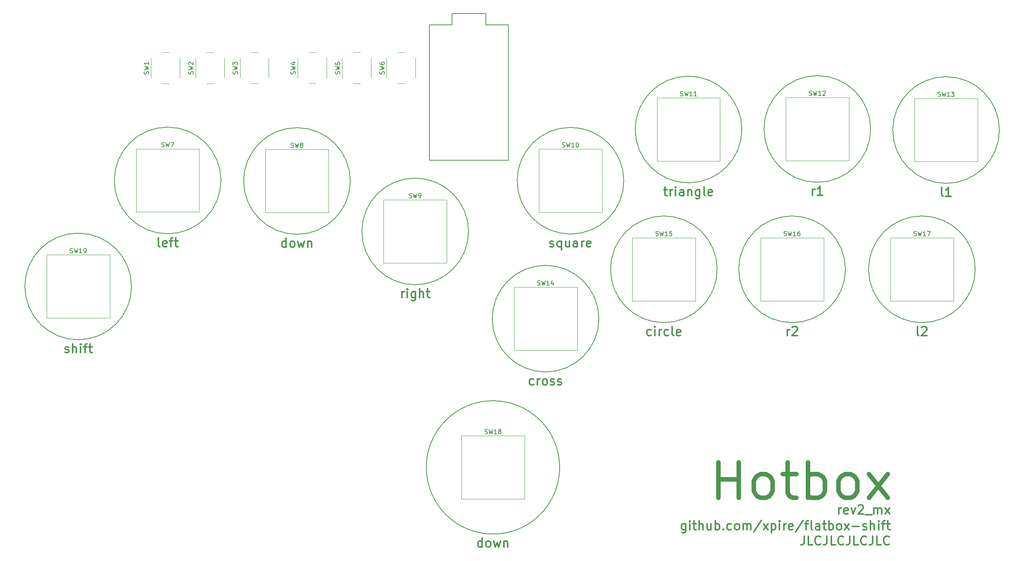
<source format=gto>
%TF.GenerationSoftware,KiCad,Pcbnew,(6.0.7)*%
%TF.CreationDate,2022-08-16T08:24:38+10:00*%
%TF.ProjectId,Flatbox-rev1_1,466c6174-626f-4782-9d72-6576315f312e,rev?*%
%TF.SameCoordinates,Original*%
%TF.FileFunction,Legend,Top*%
%TF.FilePolarity,Positive*%
%FSLAX46Y46*%
G04 Gerber Fmt 4.6, Leading zero omitted, Abs format (unit mm)*
G04 Created by KiCad (PCBNEW (6.0.7)) date 2022-08-16 08:24:38*
%MOMM*%
%LPD*%
G01*
G04 APERTURE LIST*
%ADD10C,0.300000*%
%ADD11C,0.200000*%
%ADD12C,1.000000*%
%ADD13C,0.150000*%
%ADD14C,0.120000*%
%ADD15R,1.600000X1.600000*%
%ADD16C,1.600000*%
%ADD17C,3.100000*%
%ADD18C,4.000000*%
%ADD19C,1.750000*%
%ADD20C,6.400000*%
%ADD21C,2.000000*%
G04 APERTURE END LIST*
D10*
X201422618Y-145081761D02*
X201422618Y-146510333D01*
X201327380Y-146796047D01*
X201136904Y-146986523D01*
X200851190Y-147081761D01*
X200660714Y-147081761D01*
X203327380Y-147081761D02*
X202374999Y-147081761D01*
X202374999Y-145081761D01*
X205136904Y-146891285D02*
X205041666Y-146986523D01*
X204755952Y-147081761D01*
X204565475Y-147081761D01*
X204279761Y-146986523D01*
X204089285Y-146796047D01*
X203994047Y-146605571D01*
X203898809Y-146224619D01*
X203898809Y-145938904D01*
X203994047Y-145557952D01*
X204089285Y-145367476D01*
X204279761Y-145177000D01*
X204565475Y-145081761D01*
X204755952Y-145081761D01*
X205041666Y-145177000D01*
X205136904Y-145272238D01*
X206565475Y-145081761D02*
X206565475Y-146510333D01*
X206470237Y-146796047D01*
X206279761Y-146986523D01*
X205994047Y-147081761D01*
X205803571Y-147081761D01*
X208470237Y-147081761D02*
X207517856Y-147081761D01*
X207517856Y-145081761D01*
X210279761Y-146891285D02*
X210184523Y-146986523D01*
X209898809Y-147081761D01*
X209708333Y-147081761D01*
X209422618Y-146986523D01*
X209232142Y-146796047D01*
X209136904Y-146605571D01*
X209041666Y-146224619D01*
X209041666Y-145938904D01*
X209136904Y-145557952D01*
X209232142Y-145367476D01*
X209422618Y-145177000D01*
X209708333Y-145081761D01*
X209898809Y-145081761D01*
X210184523Y-145177000D01*
X210279761Y-145272238D01*
X211708333Y-145081761D02*
X211708333Y-146510333D01*
X211613094Y-146796047D01*
X211422618Y-146986523D01*
X211136904Y-147081761D01*
X210946428Y-147081761D01*
X213613094Y-147081761D02*
X212660714Y-147081761D01*
X212660714Y-145081761D01*
X215422618Y-146891285D02*
X215327380Y-146986523D01*
X215041666Y-147081761D01*
X214851190Y-147081761D01*
X214565475Y-146986523D01*
X214374999Y-146796047D01*
X214279761Y-146605571D01*
X214184523Y-146224619D01*
X214184523Y-145938904D01*
X214279761Y-145557952D01*
X214374999Y-145367476D01*
X214565475Y-145177000D01*
X214851190Y-145081761D01*
X215041666Y-145081761D01*
X215327380Y-145177000D01*
X215422618Y-145272238D01*
X216851190Y-145081761D02*
X216851190Y-146510333D01*
X216755952Y-146796047D01*
X216565475Y-146986523D01*
X216279761Y-147081761D01*
X216089285Y-147081761D01*
X218755952Y-147081761D02*
X217803571Y-147081761D01*
X217803571Y-145081761D01*
X220565475Y-146891285D02*
X220470237Y-146986523D01*
X220184523Y-147081761D01*
X219994047Y-147081761D01*
X219708333Y-146986523D01*
X219517856Y-146796047D01*
X219422618Y-146605571D01*
X219327380Y-146224619D01*
X219327380Y-145938904D01*
X219422618Y-145557952D01*
X219517856Y-145367476D01*
X219708333Y-145177000D01*
X219994047Y-145081761D01*
X220184523Y-145081761D01*
X220470237Y-145177000D01*
X220565475Y-145272238D01*
D11*
X181860000Y-85040000D02*
G75*
G03*
X181860000Y-85040000I-12000000J0D01*
G01*
X125920000Y-76520000D02*
G75*
G03*
X125920000Y-76520000I-12000000J0D01*
G01*
X146420000Y-129620000D02*
G75*
G03*
X146420000Y-129620000I-15000000J0D01*
G01*
X216390000Y-53460000D02*
G75*
G03*
X216390000Y-53460000I-12000000J0D01*
G01*
X160860000Y-65110000D02*
G75*
G03*
X160860000Y-65110000I-12000000J0D01*
G01*
X245360000Y-53700000D02*
G75*
G03*
X245360000Y-53700000I-12000000J0D01*
G01*
X155250000Y-96150000D02*
G75*
G03*
X155250000Y-96150000I-12000000J0D01*
G01*
X99320000Y-65170000D02*
G75*
G03*
X99320000Y-65170000I-12000000J0D01*
G01*
X50100000Y-88900000D02*
G75*
G03*
X50100000Y-88900000I-12000000J0D01*
G01*
X239920000Y-85040000D02*
G75*
G03*
X239920000Y-85040000I-12000000J0D01*
G01*
X70225000Y-65050000D02*
G75*
G03*
X70225000Y-65050000I-12000000J0D01*
G01*
X187420000Y-53580000D02*
G75*
G03*
X187420000Y-53580000I-12000000J0D01*
G01*
X210710000Y-85040000D02*
G75*
G03*
X210710000Y-85040000I-12000000J0D01*
G01*
D10*
X167002857Y-99849523D02*
X166812380Y-99944761D01*
X166431428Y-99944761D01*
X166240952Y-99849523D01*
X166145714Y-99754285D01*
X166050476Y-99563809D01*
X166050476Y-98992380D01*
X166145714Y-98801904D01*
X166240952Y-98706666D01*
X166431428Y-98611428D01*
X166812380Y-98611428D01*
X167002857Y-98706666D01*
X167860000Y-99944761D02*
X167860000Y-98611428D01*
X167860000Y-97944761D02*
X167764761Y-98040000D01*
X167860000Y-98135238D01*
X167955238Y-98040000D01*
X167860000Y-97944761D01*
X167860000Y-98135238D01*
X168812380Y-99944761D02*
X168812380Y-98611428D01*
X168812380Y-98992380D02*
X168907619Y-98801904D01*
X169002857Y-98706666D01*
X169193333Y-98611428D01*
X169383809Y-98611428D01*
X170907619Y-99849523D02*
X170717142Y-99944761D01*
X170336190Y-99944761D01*
X170145714Y-99849523D01*
X170050476Y-99754285D01*
X169955238Y-99563809D01*
X169955238Y-98992380D01*
X170050476Y-98801904D01*
X170145714Y-98706666D01*
X170336190Y-98611428D01*
X170717142Y-98611428D01*
X170907619Y-98706666D01*
X172050476Y-99944761D02*
X171860000Y-99849523D01*
X171764761Y-99659047D01*
X171764761Y-97944761D01*
X173574285Y-99849523D02*
X173383809Y-99944761D01*
X173002857Y-99944761D01*
X172812380Y-99849523D01*
X172717142Y-99659047D01*
X172717142Y-98897142D01*
X172812380Y-98706666D01*
X173002857Y-98611428D01*
X173383809Y-98611428D01*
X173574285Y-98706666D01*
X173669523Y-98897142D01*
X173669523Y-99087619D01*
X172717142Y-99278095D01*
X140583333Y-110959523D02*
X140392857Y-111054761D01*
X140011904Y-111054761D01*
X139821428Y-110959523D01*
X139726190Y-110864285D01*
X139630952Y-110673809D01*
X139630952Y-110102380D01*
X139726190Y-109911904D01*
X139821428Y-109816666D01*
X140011904Y-109721428D01*
X140392857Y-109721428D01*
X140583333Y-109816666D01*
X141440476Y-111054761D02*
X141440476Y-109721428D01*
X141440476Y-110102380D02*
X141535714Y-109911904D01*
X141630952Y-109816666D01*
X141821428Y-109721428D01*
X142011904Y-109721428D01*
X142964285Y-111054761D02*
X142773809Y-110959523D01*
X142678571Y-110864285D01*
X142583333Y-110673809D01*
X142583333Y-110102380D01*
X142678571Y-109911904D01*
X142773809Y-109816666D01*
X142964285Y-109721428D01*
X143250000Y-109721428D01*
X143440476Y-109816666D01*
X143535714Y-109911904D01*
X143630952Y-110102380D01*
X143630952Y-110673809D01*
X143535714Y-110864285D01*
X143440476Y-110959523D01*
X143250000Y-111054761D01*
X142964285Y-111054761D01*
X144392857Y-110959523D02*
X144583333Y-111054761D01*
X144964285Y-111054761D01*
X145154761Y-110959523D01*
X145250000Y-110769047D01*
X145250000Y-110673809D01*
X145154761Y-110483333D01*
X144964285Y-110388095D01*
X144678571Y-110388095D01*
X144488095Y-110292857D01*
X144392857Y-110102380D01*
X144392857Y-110007142D01*
X144488095Y-109816666D01*
X144678571Y-109721428D01*
X144964285Y-109721428D01*
X145154761Y-109816666D01*
X146011904Y-110959523D02*
X146202380Y-111054761D01*
X146583333Y-111054761D01*
X146773809Y-110959523D01*
X146869047Y-110769047D01*
X146869047Y-110673809D01*
X146773809Y-110483333D01*
X146583333Y-110388095D01*
X146297619Y-110388095D01*
X146107142Y-110292857D01*
X146011904Y-110102380D01*
X146011904Y-110007142D01*
X146107142Y-109816666D01*
X146297619Y-109721428D01*
X146583333Y-109721428D01*
X146773809Y-109816666D01*
X128991428Y-147524761D02*
X128991428Y-145524761D01*
X128991428Y-147429523D02*
X128800952Y-147524761D01*
X128420000Y-147524761D01*
X128229523Y-147429523D01*
X128134285Y-147334285D01*
X128039047Y-147143809D01*
X128039047Y-146572380D01*
X128134285Y-146381904D01*
X128229523Y-146286666D01*
X128420000Y-146191428D01*
X128800952Y-146191428D01*
X128991428Y-146286666D01*
X130229523Y-147524761D02*
X130039047Y-147429523D01*
X129943809Y-147334285D01*
X129848571Y-147143809D01*
X129848571Y-146572380D01*
X129943809Y-146381904D01*
X130039047Y-146286666D01*
X130229523Y-146191428D01*
X130515238Y-146191428D01*
X130705714Y-146286666D01*
X130800952Y-146381904D01*
X130896190Y-146572380D01*
X130896190Y-147143809D01*
X130800952Y-147334285D01*
X130705714Y-147429523D01*
X130515238Y-147524761D01*
X130229523Y-147524761D01*
X131562857Y-146191428D02*
X131943809Y-147524761D01*
X132324761Y-146572380D01*
X132705714Y-147524761D01*
X133086666Y-146191428D01*
X133848571Y-146191428D02*
X133848571Y-147524761D01*
X133848571Y-146381904D02*
X133943809Y-146286666D01*
X134134285Y-146191428D01*
X134420000Y-146191428D01*
X134610476Y-146286666D01*
X134705714Y-146477142D01*
X134705714Y-147524761D01*
X232645714Y-68604761D02*
X232455238Y-68509523D01*
X232360000Y-68319047D01*
X232360000Y-66604761D01*
X234455238Y-68604761D02*
X233312380Y-68604761D01*
X233883809Y-68604761D02*
X233883809Y-66604761D01*
X233693333Y-66890476D01*
X233502857Y-67080952D01*
X233312380Y-67176190D01*
X174755952Y-142319428D02*
X174755952Y-143938476D01*
X174660714Y-144128952D01*
X174565476Y-144224190D01*
X174375000Y-144319428D01*
X174089285Y-144319428D01*
X173898809Y-144224190D01*
X174755952Y-143557523D02*
X174565476Y-143652761D01*
X174184524Y-143652761D01*
X173994047Y-143557523D01*
X173898809Y-143462285D01*
X173803571Y-143271809D01*
X173803571Y-142700380D01*
X173898809Y-142509904D01*
X173994047Y-142414666D01*
X174184524Y-142319428D01*
X174565476Y-142319428D01*
X174755952Y-142414666D01*
X175708333Y-143652761D02*
X175708333Y-142319428D01*
X175708333Y-141652761D02*
X175613095Y-141748000D01*
X175708333Y-141843238D01*
X175803571Y-141748000D01*
X175708333Y-141652761D01*
X175708333Y-141843238D01*
X176375000Y-142319428D02*
X177136904Y-142319428D01*
X176660714Y-141652761D02*
X176660714Y-143367047D01*
X176755952Y-143557523D01*
X176946428Y-143652761D01*
X177136904Y-143652761D01*
X177803571Y-143652761D02*
X177803571Y-141652761D01*
X178660714Y-143652761D02*
X178660714Y-142605142D01*
X178565476Y-142414666D01*
X178375000Y-142319428D01*
X178089285Y-142319428D01*
X177898809Y-142414666D01*
X177803571Y-142509904D01*
X180470238Y-142319428D02*
X180470238Y-143652761D01*
X179613095Y-142319428D02*
X179613095Y-143367047D01*
X179708333Y-143557523D01*
X179898809Y-143652761D01*
X180184524Y-143652761D01*
X180375000Y-143557523D01*
X180470238Y-143462285D01*
X181422619Y-143652761D02*
X181422619Y-141652761D01*
X181422619Y-142414666D02*
X181613095Y-142319428D01*
X181994047Y-142319428D01*
X182184524Y-142414666D01*
X182279762Y-142509904D01*
X182375000Y-142700380D01*
X182375000Y-143271809D01*
X182279762Y-143462285D01*
X182184524Y-143557523D01*
X181994047Y-143652761D01*
X181613095Y-143652761D01*
X181422619Y-143557523D01*
X183232143Y-143462285D02*
X183327381Y-143557523D01*
X183232143Y-143652761D01*
X183136904Y-143557523D01*
X183232143Y-143462285D01*
X183232143Y-143652761D01*
X185041666Y-143557523D02*
X184851190Y-143652761D01*
X184470238Y-143652761D01*
X184279762Y-143557523D01*
X184184523Y-143462285D01*
X184089285Y-143271809D01*
X184089285Y-142700380D01*
X184184523Y-142509904D01*
X184279762Y-142414666D01*
X184470238Y-142319428D01*
X184851190Y-142319428D01*
X185041666Y-142414666D01*
X186184523Y-143652761D02*
X185994047Y-143557523D01*
X185898809Y-143462285D01*
X185803571Y-143271809D01*
X185803571Y-142700380D01*
X185898809Y-142509904D01*
X185994047Y-142414666D01*
X186184523Y-142319428D01*
X186470238Y-142319428D01*
X186660714Y-142414666D01*
X186755952Y-142509904D01*
X186851190Y-142700380D01*
X186851190Y-143271809D01*
X186755952Y-143462285D01*
X186660714Y-143557523D01*
X186470238Y-143652761D01*
X186184523Y-143652761D01*
X187708333Y-143652761D02*
X187708333Y-142319428D01*
X187708333Y-142509904D02*
X187803571Y-142414666D01*
X187994047Y-142319428D01*
X188279762Y-142319428D01*
X188470238Y-142414666D01*
X188565476Y-142605142D01*
X188565476Y-143652761D01*
X188565476Y-142605142D02*
X188660714Y-142414666D01*
X188851190Y-142319428D01*
X189136904Y-142319428D01*
X189327381Y-142414666D01*
X189422619Y-142605142D01*
X189422619Y-143652761D01*
X191803571Y-141557523D02*
X190089285Y-144128952D01*
X192279762Y-143652761D02*
X193327381Y-142319428D01*
X192279762Y-142319428D02*
X193327381Y-143652761D01*
X194089285Y-142319428D02*
X194089285Y-144319428D01*
X194089285Y-142414666D02*
X194279762Y-142319428D01*
X194660714Y-142319428D01*
X194851190Y-142414666D01*
X194946428Y-142509904D01*
X195041666Y-142700380D01*
X195041666Y-143271809D01*
X194946428Y-143462285D01*
X194851190Y-143557523D01*
X194660714Y-143652761D01*
X194279762Y-143652761D01*
X194089285Y-143557523D01*
X195898809Y-143652761D02*
X195898809Y-142319428D01*
X195898809Y-141652761D02*
X195803571Y-141748000D01*
X195898809Y-141843238D01*
X195994047Y-141748000D01*
X195898809Y-141652761D01*
X195898809Y-141843238D01*
X196851190Y-143652761D02*
X196851190Y-142319428D01*
X196851190Y-142700380D02*
X196946428Y-142509904D01*
X197041666Y-142414666D01*
X197232143Y-142319428D01*
X197422619Y-142319428D01*
X198851190Y-143557523D02*
X198660714Y-143652761D01*
X198279762Y-143652761D01*
X198089285Y-143557523D01*
X197994047Y-143367047D01*
X197994047Y-142605142D01*
X198089285Y-142414666D01*
X198279762Y-142319428D01*
X198660714Y-142319428D01*
X198851190Y-142414666D01*
X198946428Y-142605142D01*
X198946428Y-142795619D01*
X197994047Y-142986095D01*
X201232143Y-141557523D02*
X199517857Y-144128952D01*
X201613095Y-142319428D02*
X202375000Y-142319428D01*
X201898809Y-143652761D02*
X201898809Y-141938476D01*
X201994047Y-141748000D01*
X202184523Y-141652761D01*
X202375000Y-141652761D01*
X203327381Y-143652761D02*
X203136904Y-143557523D01*
X203041666Y-143367047D01*
X203041666Y-141652761D01*
X204946428Y-143652761D02*
X204946428Y-142605142D01*
X204851190Y-142414666D01*
X204660714Y-142319428D01*
X204279762Y-142319428D01*
X204089285Y-142414666D01*
X204946428Y-143557523D02*
X204755952Y-143652761D01*
X204279762Y-143652761D01*
X204089285Y-143557523D01*
X203994047Y-143367047D01*
X203994047Y-143176571D01*
X204089285Y-142986095D01*
X204279762Y-142890857D01*
X204755952Y-142890857D01*
X204946428Y-142795619D01*
X205613095Y-142319428D02*
X206375000Y-142319428D01*
X205898809Y-141652761D02*
X205898809Y-143367047D01*
X205994047Y-143557523D01*
X206184523Y-143652761D01*
X206375000Y-143652761D01*
X207041666Y-143652761D02*
X207041666Y-141652761D01*
X207041666Y-142414666D02*
X207232143Y-142319428D01*
X207613095Y-142319428D01*
X207803571Y-142414666D01*
X207898809Y-142509904D01*
X207994047Y-142700380D01*
X207994047Y-143271809D01*
X207898809Y-143462285D01*
X207803571Y-143557523D01*
X207613095Y-143652761D01*
X207232143Y-143652761D01*
X207041666Y-143557523D01*
X209136904Y-143652761D02*
X208946428Y-143557523D01*
X208851190Y-143462285D01*
X208755952Y-143271809D01*
X208755952Y-142700380D01*
X208851190Y-142509904D01*
X208946428Y-142414666D01*
X209136904Y-142319428D01*
X209422619Y-142319428D01*
X209613095Y-142414666D01*
X209708333Y-142509904D01*
X209803571Y-142700380D01*
X209803571Y-143271809D01*
X209708333Y-143462285D01*
X209613095Y-143557523D01*
X209422619Y-143652761D01*
X209136904Y-143652761D01*
X210470238Y-143652761D02*
X211517857Y-142319428D01*
X210470238Y-142319428D02*
X211517857Y-143652761D01*
X212279762Y-142890857D02*
X213803571Y-142890857D01*
X214660714Y-143557523D02*
X214851190Y-143652761D01*
X215232143Y-143652761D01*
X215422619Y-143557523D01*
X215517857Y-143367047D01*
X215517857Y-143271809D01*
X215422619Y-143081333D01*
X215232143Y-142986095D01*
X214946428Y-142986095D01*
X214755952Y-142890857D01*
X214660714Y-142700380D01*
X214660714Y-142605142D01*
X214755952Y-142414666D01*
X214946428Y-142319428D01*
X215232143Y-142319428D01*
X215422619Y-142414666D01*
X216375000Y-143652761D02*
X216375000Y-141652761D01*
X217232143Y-143652761D02*
X217232143Y-142605142D01*
X217136904Y-142414666D01*
X216946428Y-142319428D01*
X216660714Y-142319428D01*
X216470238Y-142414666D01*
X216375000Y-142509904D01*
X218184523Y-143652761D02*
X218184523Y-142319428D01*
X218184523Y-141652761D02*
X218089285Y-141748000D01*
X218184523Y-141843238D01*
X218279762Y-141748000D01*
X218184523Y-141652761D01*
X218184523Y-141843238D01*
X218851190Y-142319428D02*
X219613095Y-142319428D01*
X219136904Y-143652761D02*
X219136904Y-141938476D01*
X219232143Y-141748000D01*
X219422619Y-141652761D01*
X219613095Y-141652761D01*
X219994047Y-142319428D02*
X220755952Y-142319428D01*
X220279762Y-141652761D02*
X220279762Y-143367047D01*
X220375000Y-143557523D01*
X220565476Y-143652761D01*
X220755952Y-143652761D01*
X84891428Y-80074761D02*
X84891428Y-78074761D01*
X84891428Y-79979523D02*
X84700952Y-80074761D01*
X84320000Y-80074761D01*
X84129523Y-79979523D01*
X84034285Y-79884285D01*
X83939047Y-79693809D01*
X83939047Y-79122380D01*
X84034285Y-78931904D01*
X84129523Y-78836666D01*
X84320000Y-78741428D01*
X84700952Y-78741428D01*
X84891428Y-78836666D01*
X86129523Y-80074761D02*
X85939047Y-79979523D01*
X85843809Y-79884285D01*
X85748571Y-79693809D01*
X85748571Y-79122380D01*
X85843809Y-78931904D01*
X85939047Y-78836666D01*
X86129523Y-78741428D01*
X86415238Y-78741428D01*
X86605714Y-78836666D01*
X86700952Y-78931904D01*
X86796190Y-79122380D01*
X86796190Y-79693809D01*
X86700952Y-79884285D01*
X86605714Y-79979523D01*
X86415238Y-80074761D01*
X86129523Y-80074761D01*
X87462857Y-78741428D02*
X87843809Y-80074761D01*
X88224761Y-79122380D01*
X88605714Y-80074761D01*
X88986666Y-78741428D01*
X89748571Y-78741428D02*
X89748571Y-80074761D01*
X89748571Y-78931904D02*
X89843809Y-78836666D01*
X90034285Y-78741428D01*
X90320000Y-78741428D01*
X90510476Y-78836666D01*
X90605714Y-79027142D01*
X90605714Y-80074761D01*
X197614761Y-99944761D02*
X197614761Y-98611428D01*
X197614761Y-98992380D02*
X197710000Y-98801904D01*
X197805238Y-98706666D01*
X197995714Y-98611428D01*
X198186190Y-98611428D01*
X198757619Y-98135238D02*
X198852857Y-98040000D01*
X199043333Y-97944761D01*
X199519523Y-97944761D01*
X199710000Y-98040000D01*
X199805238Y-98135238D01*
X199900476Y-98325714D01*
X199900476Y-98516190D01*
X199805238Y-98801904D01*
X198662380Y-99944761D01*
X199900476Y-99944761D01*
X110920000Y-91424761D02*
X110920000Y-90091428D01*
X110920000Y-90472380D02*
X111015238Y-90281904D01*
X111110476Y-90186666D01*
X111300952Y-90091428D01*
X111491428Y-90091428D01*
X112158095Y-91424761D02*
X112158095Y-90091428D01*
X112158095Y-89424761D02*
X112062857Y-89520000D01*
X112158095Y-89615238D01*
X112253333Y-89520000D01*
X112158095Y-89424761D01*
X112158095Y-89615238D01*
X113967619Y-90091428D02*
X113967619Y-91710476D01*
X113872380Y-91900952D01*
X113777142Y-91996190D01*
X113586666Y-92091428D01*
X113300952Y-92091428D01*
X113110476Y-91996190D01*
X113967619Y-91329523D02*
X113777142Y-91424761D01*
X113396190Y-91424761D01*
X113205714Y-91329523D01*
X113110476Y-91234285D01*
X113015238Y-91043809D01*
X113015238Y-90472380D01*
X113110476Y-90281904D01*
X113205714Y-90186666D01*
X113396190Y-90091428D01*
X113777142Y-90091428D01*
X113967619Y-90186666D01*
X114920000Y-91424761D02*
X114920000Y-89424761D01*
X115777142Y-91424761D02*
X115777142Y-90377142D01*
X115681904Y-90186666D01*
X115491428Y-90091428D01*
X115205714Y-90091428D01*
X115015238Y-90186666D01*
X114920000Y-90281904D01*
X116443809Y-90091428D02*
X117205714Y-90091428D01*
X116729523Y-89424761D02*
X116729523Y-91139047D01*
X116824761Y-91329523D01*
X117015238Y-91424761D01*
X117205714Y-91424761D01*
X56463095Y-79954761D02*
X56272619Y-79859523D01*
X56177380Y-79669047D01*
X56177380Y-77954761D01*
X57986904Y-79859523D02*
X57796428Y-79954761D01*
X57415476Y-79954761D01*
X57225000Y-79859523D01*
X57129761Y-79669047D01*
X57129761Y-78907142D01*
X57225000Y-78716666D01*
X57415476Y-78621428D01*
X57796428Y-78621428D01*
X57986904Y-78716666D01*
X58082142Y-78907142D01*
X58082142Y-79097619D01*
X57129761Y-79288095D01*
X58653571Y-78621428D02*
X59415476Y-78621428D01*
X58939285Y-79954761D02*
X58939285Y-78240476D01*
X59034523Y-78050000D01*
X59225000Y-77954761D01*
X59415476Y-77954761D01*
X59796428Y-78621428D02*
X60558333Y-78621428D01*
X60082142Y-77954761D02*
X60082142Y-79669047D01*
X60177380Y-79859523D01*
X60367857Y-79954761D01*
X60558333Y-79954761D01*
X35147619Y-103709523D02*
X35338095Y-103804761D01*
X35719047Y-103804761D01*
X35909523Y-103709523D01*
X36004761Y-103519047D01*
X36004761Y-103423809D01*
X35909523Y-103233333D01*
X35719047Y-103138095D01*
X35433333Y-103138095D01*
X35242857Y-103042857D01*
X35147619Y-102852380D01*
X35147619Y-102757142D01*
X35242857Y-102566666D01*
X35433333Y-102471428D01*
X35719047Y-102471428D01*
X35909523Y-102566666D01*
X36861904Y-103804761D02*
X36861904Y-101804761D01*
X37719047Y-103804761D02*
X37719047Y-102757142D01*
X37623809Y-102566666D01*
X37433333Y-102471428D01*
X37147619Y-102471428D01*
X36957142Y-102566666D01*
X36861904Y-102661904D01*
X38671428Y-103804761D02*
X38671428Y-102471428D01*
X38671428Y-101804761D02*
X38576190Y-101900000D01*
X38671428Y-101995238D01*
X38766666Y-101900000D01*
X38671428Y-101804761D01*
X38671428Y-101995238D01*
X39338095Y-102471428D02*
X40100000Y-102471428D01*
X39623809Y-103804761D02*
X39623809Y-102090476D01*
X39719047Y-101900000D01*
X39909523Y-101804761D01*
X40100000Y-101804761D01*
X40480952Y-102471428D02*
X41242857Y-102471428D01*
X40766666Y-101804761D02*
X40766666Y-103519047D01*
X40861904Y-103709523D01*
X41052380Y-103804761D01*
X41242857Y-103804761D01*
X209232143Y-140096761D02*
X209232143Y-138763428D01*
X209232143Y-139144380D02*
X209327381Y-138953904D01*
X209422619Y-138858666D01*
X209613095Y-138763428D01*
X209803571Y-138763428D01*
X211232143Y-140001523D02*
X211041667Y-140096761D01*
X210660714Y-140096761D01*
X210470238Y-140001523D01*
X210375000Y-139811047D01*
X210375000Y-139049142D01*
X210470238Y-138858666D01*
X210660714Y-138763428D01*
X211041667Y-138763428D01*
X211232143Y-138858666D01*
X211327381Y-139049142D01*
X211327381Y-139239619D01*
X210375000Y-139430095D01*
X211994048Y-138763428D02*
X212470238Y-140096761D01*
X212946429Y-138763428D01*
X213613095Y-138287238D02*
X213708333Y-138192000D01*
X213898810Y-138096761D01*
X214375000Y-138096761D01*
X214565476Y-138192000D01*
X214660714Y-138287238D01*
X214755952Y-138477714D01*
X214755952Y-138668190D01*
X214660714Y-138953904D01*
X213517857Y-140096761D01*
X214755952Y-140096761D01*
X215136905Y-140287238D02*
X216660714Y-140287238D01*
X217136905Y-140096761D02*
X217136905Y-138763428D01*
X217136905Y-138953904D02*
X217232143Y-138858666D01*
X217422619Y-138763428D01*
X217708333Y-138763428D01*
X217898810Y-138858666D01*
X217994048Y-139049142D01*
X217994048Y-140096761D01*
X217994048Y-139049142D02*
X218089286Y-138858666D01*
X218279762Y-138763428D01*
X218565476Y-138763428D01*
X218755952Y-138858666D01*
X218851191Y-139049142D01*
X218851191Y-140096761D01*
X219613095Y-140096761D02*
X220660714Y-138763428D01*
X219613095Y-138763428D02*
X220660714Y-140096761D01*
X169848571Y-67151428D02*
X170610476Y-67151428D01*
X170134285Y-66484761D02*
X170134285Y-68199047D01*
X170229523Y-68389523D01*
X170420000Y-68484761D01*
X170610476Y-68484761D01*
X171277142Y-68484761D02*
X171277142Y-67151428D01*
X171277142Y-67532380D02*
X171372380Y-67341904D01*
X171467619Y-67246666D01*
X171658095Y-67151428D01*
X171848571Y-67151428D01*
X172515238Y-68484761D02*
X172515238Y-67151428D01*
X172515238Y-66484761D02*
X172420000Y-66580000D01*
X172515238Y-66675238D01*
X172610476Y-66580000D01*
X172515238Y-66484761D01*
X172515238Y-66675238D01*
X174324761Y-68484761D02*
X174324761Y-67437142D01*
X174229523Y-67246666D01*
X174039047Y-67151428D01*
X173658095Y-67151428D01*
X173467619Y-67246666D01*
X174324761Y-68389523D02*
X174134285Y-68484761D01*
X173658095Y-68484761D01*
X173467619Y-68389523D01*
X173372380Y-68199047D01*
X173372380Y-68008571D01*
X173467619Y-67818095D01*
X173658095Y-67722857D01*
X174134285Y-67722857D01*
X174324761Y-67627619D01*
X175277142Y-67151428D02*
X175277142Y-68484761D01*
X175277142Y-67341904D02*
X175372380Y-67246666D01*
X175562857Y-67151428D01*
X175848571Y-67151428D01*
X176039047Y-67246666D01*
X176134285Y-67437142D01*
X176134285Y-68484761D01*
X177943809Y-67151428D02*
X177943809Y-68770476D01*
X177848571Y-68960952D01*
X177753333Y-69056190D01*
X177562857Y-69151428D01*
X177277142Y-69151428D01*
X177086666Y-69056190D01*
X177943809Y-68389523D02*
X177753333Y-68484761D01*
X177372380Y-68484761D01*
X177181904Y-68389523D01*
X177086666Y-68294285D01*
X176991428Y-68103809D01*
X176991428Y-67532380D01*
X177086666Y-67341904D01*
X177181904Y-67246666D01*
X177372380Y-67151428D01*
X177753333Y-67151428D01*
X177943809Y-67246666D01*
X179181904Y-68484761D02*
X178991428Y-68389523D01*
X178896190Y-68199047D01*
X178896190Y-66484761D01*
X180705714Y-68389523D02*
X180515238Y-68484761D01*
X180134285Y-68484761D01*
X179943809Y-68389523D01*
X179848571Y-68199047D01*
X179848571Y-67437142D01*
X179943809Y-67246666D01*
X180134285Y-67151428D01*
X180515238Y-67151428D01*
X180705714Y-67246666D01*
X180800952Y-67437142D01*
X180800952Y-67627619D01*
X179848571Y-67818095D01*
D12*
X182120333Y-136461047D02*
X182120333Y-128461047D01*
X182120333Y-132270571D02*
X186691761Y-132270571D01*
X186691761Y-136461047D02*
X186691761Y-128461047D01*
X191644142Y-136461047D02*
X190882238Y-136080095D01*
X190501285Y-135699142D01*
X190120333Y-134937238D01*
X190120333Y-132651523D01*
X190501285Y-131889619D01*
X190882238Y-131508666D01*
X191644142Y-131127714D01*
X192787000Y-131127714D01*
X193548904Y-131508666D01*
X193929857Y-131889619D01*
X194310809Y-132651523D01*
X194310809Y-134937238D01*
X193929857Y-135699142D01*
X193548904Y-136080095D01*
X192787000Y-136461047D01*
X191644142Y-136461047D01*
X196596523Y-131127714D02*
X199644142Y-131127714D01*
X197739380Y-128461047D02*
X197739380Y-135318190D01*
X198120333Y-136080095D01*
X198882238Y-136461047D01*
X199644142Y-136461047D01*
X202310809Y-136461047D02*
X202310809Y-128461047D01*
X202310809Y-131508666D02*
X203072714Y-131127714D01*
X204596523Y-131127714D01*
X205358428Y-131508666D01*
X205739380Y-131889619D01*
X206120333Y-132651523D01*
X206120333Y-134937238D01*
X205739380Y-135699142D01*
X205358428Y-136080095D01*
X204596523Y-136461047D01*
X203072714Y-136461047D01*
X202310809Y-136080095D01*
X210691761Y-136461047D02*
X209929857Y-136080095D01*
X209548904Y-135699142D01*
X209167952Y-134937238D01*
X209167952Y-132651523D01*
X209548904Y-131889619D01*
X209929857Y-131508666D01*
X210691761Y-131127714D01*
X211834619Y-131127714D01*
X212596523Y-131508666D01*
X212977476Y-131889619D01*
X213358428Y-132651523D01*
X213358428Y-134937238D01*
X212977476Y-135699142D01*
X212596523Y-136080095D01*
X211834619Y-136461047D01*
X210691761Y-136461047D01*
X216025095Y-136461047D02*
X220215571Y-131127714D01*
X216025095Y-131127714D02*
X220215571Y-136461047D01*
D10*
X144240952Y-79919523D02*
X144431428Y-80014761D01*
X144812380Y-80014761D01*
X145002857Y-79919523D01*
X145098095Y-79729047D01*
X145098095Y-79633809D01*
X145002857Y-79443333D01*
X144812380Y-79348095D01*
X144526666Y-79348095D01*
X144336190Y-79252857D01*
X144240952Y-79062380D01*
X144240952Y-78967142D01*
X144336190Y-78776666D01*
X144526666Y-78681428D01*
X144812380Y-78681428D01*
X145002857Y-78776666D01*
X146812380Y-78681428D02*
X146812380Y-80681428D01*
X146812380Y-79919523D02*
X146621904Y-80014761D01*
X146240952Y-80014761D01*
X146050476Y-79919523D01*
X145955238Y-79824285D01*
X145860000Y-79633809D01*
X145860000Y-79062380D01*
X145955238Y-78871904D01*
X146050476Y-78776666D01*
X146240952Y-78681428D01*
X146621904Y-78681428D01*
X146812380Y-78776666D01*
X148621904Y-78681428D02*
X148621904Y-80014761D01*
X147764761Y-78681428D02*
X147764761Y-79729047D01*
X147860000Y-79919523D01*
X148050476Y-80014761D01*
X148336190Y-80014761D01*
X148526666Y-79919523D01*
X148621904Y-79824285D01*
X150431428Y-80014761D02*
X150431428Y-78967142D01*
X150336190Y-78776666D01*
X150145714Y-78681428D01*
X149764761Y-78681428D01*
X149574285Y-78776666D01*
X150431428Y-79919523D02*
X150240952Y-80014761D01*
X149764761Y-80014761D01*
X149574285Y-79919523D01*
X149479047Y-79729047D01*
X149479047Y-79538571D01*
X149574285Y-79348095D01*
X149764761Y-79252857D01*
X150240952Y-79252857D01*
X150431428Y-79157619D01*
X151383809Y-80014761D02*
X151383809Y-78681428D01*
X151383809Y-79062380D02*
X151479047Y-78871904D01*
X151574285Y-78776666D01*
X151764761Y-78681428D01*
X151955238Y-78681428D01*
X153383809Y-79919523D02*
X153193333Y-80014761D01*
X152812380Y-80014761D01*
X152621904Y-79919523D01*
X152526666Y-79729047D01*
X152526666Y-78967142D01*
X152621904Y-78776666D01*
X152812380Y-78681428D01*
X153193333Y-78681428D01*
X153383809Y-78776666D01*
X153479047Y-78967142D01*
X153479047Y-79157619D01*
X152526666Y-79348095D01*
X227205714Y-99944761D02*
X227015238Y-99849523D01*
X226920000Y-99659047D01*
X226920000Y-97944761D01*
X227872380Y-98135238D02*
X227967619Y-98040000D01*
X228158095Y-97944761D01*
X228634285Y-97944761D01*
X228824761Y-98040000D01*
X228920000Y-98135238D01*
X229015238Y-98325714D01*
X229015238Y-98516190D01*
X228920000Y-98801904D01*
X227777142Y-99944761D01*
X229015238Y-99944761D01*
X203294761Y-68364761D02*
X203294761Y-67031428D01*
X203294761Y-67412380D02*
X203390000Y-67221904D01*
X203485238Y-67126666D01*
X203675714Y-67031428D01*
X203866190Y-67031428D01*
X205580476Y-68364761D02*
X204437619Y-68364761D01*
X205009047Y-68364761D02*
X205009047Y-66364761D01*
X204818571Y-66650476D01*
X204628095Y-66840952D01*
X204437619Y-66936190D01*
D13*
X36290476Y-81304761D02*
X36433333Y-81352380D01*
X36671428Y-81352380D01*
X36766666Y-81304761D01*
X36814285Y-81257142D01*
X36861904Y-81161904D01*
X36861904Y-81066666D01*
X36814285Y-80971428D01*
X36766666Y-80923809D01*
X36671428Y-80876190D01*
X36480952Y-80828571D01*
X36385714Y-80780952D01*
X36338095Y-80733333D01*
X36290476Y-80638095D01*
X36290476Y-80542857D01*
X36338095Y-80447619D01*
X36385714Y-80400000D01*
X36480952Y-80352380D01*
X36719047Y-80352380D01*
X36861904Y-80400000D01*
X37195238Y-80352380D02*
X37433333Y-81352380D01*
X37623809Y-80638095D01*
X37814285Y-81352380D01*
X38052380Y-80352380D01*
X38957142Y-81352380D02*
X38385714Y-81352380D01*
X38671428Y-81352380D02*
X38671428Y-80352380D01*
X38576190Y-80495238D01*
X38480952Y-80590476D01*
X38385714Y-80638095D01*
X39433333Y-81352380D02*
X39623809Y-81352380D01*
X39719047Y-81304761D01*
X39766666Y-81257142D01*
X39861904Y-81114285D01*
X39909523Y-80923809D01*
X39909523Y-80542857D01*
X39861904Y-80447619D01*
X39814285Y-80400000D01*
X39719047Y-80352380D01*
X39528571Y-80352380D01*
X39433333Y-80400000D01*
X39385714Y-80447619D01*
X39338095Y-80542857D01*
X39338095Y-80780952D01*
X39385714Y-80876190D01*
X39433333Y-80923809D01*
X39528571Y-80971428D01*
X39719047Y-80971428D01*
X39814285Y-80923809D01*
X39861904Y-80876190D01*
X39909523Y-80780952D01*
X129610476Y-122024761D02*
X129753333Y-122072380D01*
X129991428Y-122072380D01*
X130086666Y-122024761D01*
X130134285Y-121977142D01*
X130181904Y-121881904D01*
X130181904Y-121786666D01*
X130134285Y-121691428D01*
X130086666Y-121643809D01*
X129991428Y-121596190D01*
X129800952Y-121548571D01*
X129705714Y-121500952D01*
X129658095Y-121453333D01*
X129610476Y-121358095D01*
X129610476Y-121262857D01*
X129658095Y-121167619D01*
X129705714Y-121120000D01*
X129800952Y-121072380D01*
X130039047Y-121072380D01*
X130181904Y-121120000D01*
X130515238Y-121072380D02*
X130753333Y-122072380D01*
X130943809Y-121358095D01*
X131134285Y-122072380D01*
X131372380Y-121072380D01*
X132277142Y-122072380D02*
X131705714Y-122072380D01*
X131991428Y-122072380D02*
X131991428Y-121072380D01*
X131896190Y-121215238D01*
X131800952Y-121310476D01*
X131705714Y-121358095D01*
X132848571Y-121500952D02*
X132753333Y-121453333D01*
X132705714Y-121405714D01*
X132658095Y-121310476D01*
X132658095Y-121262857D01*
X132705714Y-121167619D01*
X132753333Y-121120000D01*
X132848571Y-121072380D01*
X133039047Y-121072380D01*
X133134285Y-121120000D01*
X133181904Y-121167619D01*
X133229523Y-121262857D01*
X133229523Y-121310476D01*
X133181904Y-121405714D01*
X133134285Y-121453333D01*
X133039047Y-121500952D01*
X132848571Y-121500952D01*
X132753333Y-121548571D01*
X132705714Y-121596190D01*
X132658095Y-121691428D01*
X132658095Y-121881904D01*
X132705714Y-121977142D01*
X132753333Y-122024761D01*
X132848571Y-122072380D01*
X133039047Y-122072380D01*
X133134285Y-122024761D01*
X133181904Y-121977142D01*
X133229523Y-121881904D01*
X133229523Y-121691428D01*
X133181904Y-121596190D01*
X133134285Y-121548571D01*
X133039047Y-121500952D01*
X226110476Y-77444761D02*
X226253333Y-77492380D01*
X226491428Y-77492380D01*
X226586666Y-77444761D01*
X226634285Y-77397142D01*
X226681904Y-77301904D01*
X226681904Y-77206666D01*
X226634285Y-77111428D01*
X226586666Y-77063809D01*
X226491428Y-77016190D01*
X226300952Y-76968571D01*
X226205714Y-76920952D01*
X226158095Y-76873333D01*
X226110476Y-76778095D01*
X226110476Y-76682857D01*
X226158095Y-76587619D01*
X226205714Y-76540000D01*
X226300952Y-76492380D01*
X226539047Y-76492380D01*
X226681904Y-76540000D01*
X227015238Y-76492380D02*
X227253333Y-77492380D01*
X227443809Y-76778095D01*
X227634285Y-77492380D01*
X227872380Y-76492380D01*
X228777142Y-77492380D02*
X228205714Y-77492380D01*
X228491428Y-77492380D02*
X228491428Y-76492380D01*
X228396190Y-76635238D01*
X228300952Y-76730476D01*
X228205714Y-76778095D01*
X229110476Y-76492380D02*
X229777142Y-76492380D01*
X229348571Y-77492380D01*
X196900476Y-77444761D02*
X197043333Y-77492380D01*
X197281428Y-77492380D01*
X197376666Y-77444761D01*
X197424285Y-77397142D01*
X197471904Y-77301904D01*
X197471904Y-77206666D01*
X197424285Y-77111428D01*
X197376666Y-77063809D01*
X197281428Y-77016190D01*
X197090952Y-76968571D01*
X196995714Y-76920952D01*
X196948095Y-76873333D01*
X196900476Y-76778095D01*
X196900476Y-76682857D01*
X196948095Y-76587619D01*
X196995714Y-76540000D01*
X197090952Y-76492380D01*
X197329047Y-76492380D01*
X197471904Y-76540000D01*
X197805238Y-76492380D02*
X198043333Y-77492380D01*
X198233809Y-76778095D01*
X198424285Y-77492380D01*
X198662380Y-76492380D01*
X199567142Y-77492380D02*
X198995714Y-77492380D01*
X199281428Y-77492380D02*
X199281428Y-76492380D01*
X199186190Y-76635238D01*
X199090952Y-76730476D01*
X198995714Y-76778095D01*
X200424285Y-76492380D02*
X200233809Y-76492380D01*
X200138571Y-76540000D01*
X200090952Y-76587619D01*
X199995714Y-76730476D01*
X199948095Y-76920952D01*
X199948095Y-77301904D01*
X199995714Y-77397142D01*
X200043333Y-77444761D01*
X200138571Y-77492380D01*
X200329047Y-77492380D01*
X200424285Y-77444761D01*
X200471904Y-77397142D01*
X200519523Y-77301904D01*
X200519523Y-77063809D01*
X200471904Y-76968571D01*
X200424285Y-76920952D01*
X200329047Y-76873333D01*
X200138571Y-76873333D01*
X200043333Y-76920952D01*
X199995714Y-76968571D01*
X199948095Y-77063809D01*
X168050476Y-77444761D02*
X168193333Y-77492380D01*
X168431428Y-77492380D01*
X168526666Y-77444761D01*
X168574285Y-77397142D01*
X168621904Y-77301904D01*
X168621904Y-77206666D01*
X168574285Y-77111428D01*
X168526666Y-77063809D01*
X168431428Y-77016190D01*
X168240952Y-76968571D01*
X168145714Y-76920952D01*
X168098095Y-76873333D01*
X168050476Y-76778095D01*
X168050476Y-76682857D01*
X168098095Y-76587619D01*
X168145714Y-76540000D01*
X168240952Y-76492380D01*
X168479047Y-76492380D01*
X168621904Y-76540000D01*
X168955238Y-76492380D02*
X169193333Y-77492380D01*
X169383809Y-76778095D01*
X169574285Y-77492380D01*
X169812380Y-76492380D01*
X170717142Y-77492380D02*
X170145714Y-77492380D01*
X170431428Y-77492380D02*
X170431428Y-76492380D01*
X170336190Y-76635238D01*
X170240952Y-76730476D01*
X170145714Y-76778095D01*
X171621904Y-76492380D02*
X171145714Y-76492380D01*
X171098095Y-76968571D01*
X171145714Y-76920952D01*
X171240952Y-76873333D01*
X171479047Y-76873333D01*
X171574285Y-76920952D01*
X171621904Y-76968571D01*
X171669523Y-77063809D01*
X171669523Y-77301904D01*
X171621904Y-77397142D01*
X171574285Y-77444761D01*
X171479047Y-77492380D01*
X171240952Y-77492380D01*
X171145714Y-77444761D01*
X171098095Y-77397142D01*
X141440476Y-88554761D02*
X141583333Y-88602380D01*
X141821428Y-88602380D01*
X141916666Y-88554761D01*
X141964285Y-88507142D01*
X142011904Y-88411904D01*
X142011904Y-88316666D01*
X141964285Y-88221428D01*
X141916666Y-88173809D01*
X141821428Y-88126190D01*
X141630952Y-88078571D01*
X141535714Y-88030952D01*
X141488095Y-87983333D01*
X141440476Y-87888095D01*
X141440476Y-87792857D01*
X141488095Y-87697619D01*
X141535714Y-87650000D01*
X141630952Y-87602380D01*
X141869047Y-87602380D01*
X142011904Y-87650000D01*
X142345238Y-87602380D02*
X142583333Y-88602380D01*
X142773809Y-87888095D01*
X142964285Y-88602380D01*
X143202380Y-87602380D01*
X144107142Y-88602380D02*
X143535714Y-88602380D01*
X143821428Y-88602380D02*
X143821428Y-87602380D01*
X143726190Y-87745238D01*
X143630952Y-87840476D01*
X143535714Y-87888095D01*
X144964285Y-87935714D02*
X144964285Y-88602380D01*
X144726190Y-87554761D02*
X144488095Y-88269047D01*
X145107142Y-88269047D01*
X231550476Y-46104761D02*
X231693333Y-46152380D01*
X231931428Y-46152380D01*
X232026666Y-46104761D01*
X232074285Y-46057142D01*
X232121904Y-45961904D01*
X232121904Y-45866666D01*
X232074285Y-45771428D01*
X232026666Y-45723809D01*
X231931428Y-45676190D01*
X231740952Y-45628571D01*
X231645714Y-45580952D01*
X231598095Y-45533333D01*
X231550476Y-45438095D01*
X231550476Y-45342857D01*
X231598095Y-45247619D01*
X231645714Y-45200000D01*
X231740952Y-45152380D01*
X231979047Y-45152380D01*
X232121904Y-45200000D01*
X232455238Y-45152380D02*
X232693333Y-46152380D01*
X232883809Y-45438095D01*
X233074285Y-46152380D01*
X233312380Y-45152380D01*
X234217142Y-46152380D02*
X233645714Y-46152380D01*
X233931428Y-46152380D02*
X233931428Y-45152380D01*
X233836190Y-45295238D01*
X233740952Y-45390476D01*
X233645714Y-45438095D01*
X234550476Y-45152380D02*
X235169523Y-45152380D01*
X234836190Y-45533333D01*
X234979047Y-45533333D01*
X235074285Y-45580952D01*
X235121904Y-45628571D01*
X235169523Y-45723809D01*
X235169523Y-45961904D01*
X235121904Y-46057142D01*
X235074285Y-46104761D01*
X234979047Y-46152380D01*
X234693333Y-46152380D01*
X234598095Y-46104761D01*
X234550476Y-46057142D01*
X202580476Y-45864761D02*
X202723333Y-45912380D01*
X202961428Y-45912380D01*
X203056666Y-45864761D01*
X203104285Y-45817142D01*
X203151904Y-45721904D01*
X203151904Y-45626666D01*
X203104285Y-45531428D01*
X203056666Y-45483809D01*
X202961428Y-45436190D01*
X202770952Y-45388571D01*
X202675714Y-45340952D01*
X202628095Y-45293333D01*
X202580476Y-45198095D01*
X202580476Y-45102857D01*
X202628095Y-45007619D01*
X202675714Y-44960000D01*
X202770952Y-44912380D01*
X203009047Y-44912380D01*
X203151904Y-44960000D01*
X203485238Y-44912380D02*
X203723333Y-45912380D01*
X203913809Y-45198095D01*
X204104285Y-45912380D01*
X204342380Y-44912380D01*
X205247142Y-45912380D02*
X204675714Y-45912380D01*
X204961428Y-45912380D02*
X204961428Y-44912380D01*
X204866190Y-45055238D01*
X204770952Y-45150476D01*
X204675714Y-45198095D01*
X205628095Y-45007619D02*
X205675714Y-44960000D01*
X205770952Y-44912380D01*
X206009047Y-44912380D01*
X206104285Y-44960000D01*
X206151904Y-45007619D01*
X206199523Y-45102857D01*
X206199523Y-45198095D01*
X206151904Y-45340952D01*
X205580476Y-45912380D01*
X206199523Y-45912380D01*
X173610476Y-45984761D02*
X173753333Y-46032380D01*
X173991428Y-46032380D01*
X174086666Y-45984761D01*
X174134285Y-45937142D01*
X174181904Y-45841904D01*
X174181904Y-45746666D01*
X174134285Y-45651428D01*
X174086666Y-45603809D01*
X173991428Y-45556190D01*
X173800952Y-45508571D01*
X173705714Y-45460952D01*
X173658095Y-45413333D01*
X173610476Y-45318095D01*
X173610476Y-45222857D01*
X173658095Y-45127619D01*
X173705714Y-45080000D01*
X173800952Y-45032380D01*
X174039047Y-45032380D01*
X174181904Y-45080000D01*
X174515238Y-45032380D02*
X174753333Y-46032380D01*
X174943809Y-45318095D01*
X175134285Y-46032380D01*
X175372380Y-45032380D01*
X176277142Y-46032380D02*
X175705714Y-46032380D01*
X175991428Y-46032380D02*
X175991428Y-45032380D01*
X175896190Y-45175238D01*
X175800952Y-45270476D01*
X175705714Y-45318095D01*
X177229523Y-46032380D02*
X176658095Y-46032380D01*
X176943809Y-46032380D02*
X176943809Y-45032380D01*
X176848571Y-45175238D01*
X176753333Y-45270476D01*
X176658095Y-45318095D01*
X147050476Y-57514761D02*
X147193333Y-57562380D01*
X147431428Y-57562380D01*
X147526666Y-57514761D01*
X147574285Y-57467142D01*
X147621904Y-57371904D01*
X147621904Y-57276666D01*
X147574285Y-57181428D01*
X147526666Y-57133809D01*
X147431428Y-57086190D01*
X147240952Y-57038571D01*
X147145714Y-56990952D01*
X147098095Y-56943333D01*
X147050476Y-56848095D01*
X147050476Y-56752857D01*
X147098095Y-56657619D01*
X147145714Y-56610000D01*
X147240952Y-56562380D01*
X147479047Y-56562380D01*
X147621904Y-56610000D01*
X147955238Y-56562380D02*
X148193333Y-57562380D01*
X148383809Y-56848095D01*
X148574285Y-57562380D01*
X148812380Y-56562380D01*
X149717142Y-57562380D02*
X149145714Y-57562380D01*
X149431428Y-57562380D02*
X149431428Y-56562380D01*
X149336190Y-56705238D01*
X149240952Y-56800476D01*
X149145714Y-56848095D01*
X150336190Y-56562380D02*
X150431428Y-56562380D01*
X150526666Y-56610000D01*
X150574285Y-56657619D01*
X150621904Y-56752857D01*
X150669523Y-56943333D01*
X150669523Y-57181428D01*
X150621904Y-57371904D01*
X150574285Y-57467142D01*
X150526666Y-57514761D01*
X150431428Y-57562380D01*
X150336190Y-57562380D01*
X150240952Y-57514761D01*
X150193333Y-57467142D01*
X150145714Y-57371904D01*
X150098095Y-57181428D01*
X150098095Y-56943333D01*
X150145714Y-56752857D01*
X150193333Y-56657619D01*
X150240952Y-56610000D01*
X150336190Y-56562380D01*
X112586666Y-68924761D02*
X112729523Y-68972380D01*
X112967619Y-68972380D01*
X113062857Y-68924761D01*
X113110476Y-68877142D01*
X113158095Y-68781904D01*
X113158095Y-68686666D01*
X113110476Y-68591428D01*
X113062857Y-68543809D01*
X112967619Y-68496190D01*
X112777142Y-68448571D01*
X112681904Y-68400952D01*
X112634285Y-68353333D01*
X112586666Y-68258095D01*
X112586666Y-68162857D01*
X112634285Y-68067619D01*
X112681904Y-68020000D01*
X112777142Y-67972380D01*
X113015238Y-67972380D01*
X113158095Y-68020000D01*
X113491428Y-67972380D02*
X113729523Y-68972380D01*
X113920000Y-68258095D01*
X114110476Y-68972380D01*
X114348571Y-67972380D01*
X114777142Y-68972380D02*
X114967619Y-68972380D01*
X115062857Y-68924761D01*
X115110476Y-68877142D01*
X115205714Y-68734285D01*
X115253333Y-68543809D01*
X115253333Y-68162857D01*
X115205714Y-68067619D01*
X115158095Y-68020000D01*
X115062857Y-67972380D01*
X114872380Y-67972380D01*
X114777142Y-68020000D01*
X114729523Y-68067619D01*
X114681904Y-68162857D01*
X114681904Y-68400952D01*
X114729523Y-68496190D01*
X114777142Y-68543809D01*
X114872380Y-68591428D01*
X115062857Y-68591428D01*
X115158095Y-68543809D01*
X115205714Y-68496190D01*
X115253333Y-68400952D01*
X85986666Y-57574761D02*
X86129523Y-57622380D01*
X86367619Y-57622380D01*
X86462857Y-57574761D01*
X86510476Y-57527142D01*
X86558095Y-57431904D01*
X86558095Y-57336666D01*
X86510476Y-57241428D01*
X86462857Y-57193809D01*
X86367619Y-57146190D01*
X86177142Y-57098571D01*
X86081904Y-57050952D01*
X86034285Y-57003333D01*
X85986666Y-56908095D01*
X85986666Y-56812857D01*
X86034285Y-56717619D01*
X86081904Y-56670000D01*
X86177142Y-56622380D01*
X86415238Y-56622380D01*
X86558095Y-56670000D01*
X86891428Y-56622380D02*
X87129523Y-57622380D01*
X87320000Y-56908095D01*
X87510476Y-57622380D01*
X87748571Y-56622380D01*
X88272380Y-57050952D02*
X88177142Y-57003333D01*
X88129523Y-56955714D01*
X88081904Y-56860476D01*
X88081904Y-56812857D01*
X88129523Y-56717619D01*
X88177142Y-56670000D01*
X88272380Y-56622380D01*
X88462857Y-56622380D01*
X88558095Y-56670000D01*
X88605714Y-56717619D01*
X88653333Y-56812857D01*
X88653333Y-56860476D01*
X88605714Y-56955714D01*
X88558095Y-57003333D01*
X88462857Y-57050952D01*
X88272380Y-57050952D01*
X88177142Y-57098571D01*
X88129523Y-57146190D01*
X88081904Y-57241428D01*
X88081904Y-57431904D01*
X88129523Y-57527142D01*
X88177142Y-57574761D01*
X88272380Y-57622380D01*
X88462857Y-57622380D01*
X88558095Y-57574761D01*
X88605714Y-57527142D01*
X88653333Y-57431904D01*
X88653333Y-57241428D01*
X88605714Y-57146190D01*
X88558095Y-57098571D01*
X88462857Y-57050952D01*
X56891666Y-57454761D02*
X57034523Y-57502380D01*
X57272619Y-57502380D01*
X57367857Y-57454761D01*
X57415476Y-57407142D01*
X57463095Y-57311904D01*
X57463095Y-57216666D01*
X57415476Y-57121428D01*
X57367857Y-57073809D01*
X57272619Y-57026190D01*
X57082142Y-56978571D01*
X56986904Y-56930952D01*
X56939285Y-56883333D01*
X56891666Y-56788095D01*
X56891666Y-56692857D01*
X56939285Y-56597619D01*
X56986904Y-56550000D01*
X57082142Y-56502380D01*
X57320238Y-56502380D01*
X57463095Y-56550000D01*
X57796428Y-56502380D02*
X58034523Y-57502380D01*
X58225000Y-56788095D01*
X58415476Y-57502380D01*
X58653571Y-56502380D01*
X58939285Y-56502380D02*
X59605952Y-56502380D01*
X59177380Y-57502380D01*
X86904761Y-41083333D02*
X86952380Y-40940476D01*
X86952380Y-40702380D01*
X86904761Y-40607142D01*
X86857142Y-40559523D01*
X86761904Y-40511904D01*
X86666666Y-40511904D01*
X86571428Y-40559523D01*
X86523809Y-40607142D01*
X86476190Y-40702380D01*
X86428571Y-40892857D01*
X86380952Y-40988095D01*
X86333333Y-41035714D01*
X86238095Y-41083333D01*
X86142857Y-41083333D01*
X86047619Y-41035714D01*
X86000000Y-40988095D01*
X85952380Y-40892857D01*
X85952380Y-40654761D01*
X86000000Y-40511904D01*
X85952380Y-40178571D02*
X86952380Y-39940476D01*
X86238095Y-39750000D01*
X86952380Y-39559523D01*
X85952380Y-39321428D01*
X86285714Y-38511904D02*
X86952380Y-38511904D01*
X85904761Y-38750000D02*
X86619047Y-38988095D01*
X86619047Y-38369047D01*
X63904761Y-41083333D02*
X63952380Y-40940476D01*
X63952380Y-40702380D01*
X63904761Y-40607142D01*
X63857142Y-40559523D01*
X63761904Y-40511904D01*
X63666666Y-40511904D01*
X63571428Y-40559523D01*
X63523809Y-40607142D01*
X63476190Y-40702380D01*
X63428571Y-40892857D01*
X63380952Y-40988095D01*
X63333333Y-41035714D01*
X63238095Y-41083333D01*
X63142857Y-41083333D01*
X63047619Y-41035714D01*
X63000000Y-40988095D01*
X62952380Y-40892857D01*
X62952380Y-40654761D01*
X63000000Y-40511904D01*
X62952380Y-40178571D02*
X63952380Y-39940476D01*
X63238095Y-39750000D01*
X63952380Y-39559523D01*
X62952380Y-39321428D01*
X63047619Y-38988095D02*
X63000000Y-38940476D01*
X62952380Y-38845238D01*
X62952380Y-38607142D01*
X63000000Y-38511904D01*
X63047619Y-38464285D01*
X63142857Y-38416666D01*
X63238095Y-38416666D01*
X63380952Y-38464285D01*
X63952380Y-39035714D01*
X63952380Y-38416666D01*
X96904761Y-41083333D02*
X96952380Y-40940476D01*
X96952380Y-40702380D01*
X96904761Y-40607142D01*
X96857142Y-40559523D01*
X96761904Y-40511904D01*
X96666666Y-40511904D01*
X96571428Y-40559523D01*
X96523809Y-40607142D01*
X96476190Y-40702380D01*
X96428571Y-40892857D01*
X96380952Y-40988095D01*
X96333333Y-41035714D01*
X96238095Y-41083333D01*
X96142857Y-41083333D01*
X96047619Y-41035714D01*
X96000000Y-40988095D01*
X95952380Y-40892857D01*
X95952380Y-40654761D01*
X96000000Y-40511904D01*
X95952380Y-40178571D02*
X96952380Y-39940476D01*
X96238095Y-39750000D01*
X96952380Y-39559523D01*
X95952380Y-39321428D01*
X95952380Y-38464285D02*
X95952380Y-38940476D01*
X96428571Y-38988095D01*
X96380952Y-38940476D01*
X96333333Y-38845238D01*
X96333333Y-38607142D01*
X96380952Y-38511904D01*
X96428571Y-38464285D01*
X96523809Y-38416666D01*
X96761904Y-38416666D01*
X96857142Y-38464285D01*
X96904761Y-38511904D01*
X96952380Y-38607142D01*
X96952380Y-38845238D01*
X96904761Y-38940476D01*
X96857142Y-38988095D01*
X53904761Y-41083333D02*
X53952380Y-40940476D01*
X53952380Y-40702380D01*
X53904761Y-40607142D01*
X53857142Y-40559523D01*
X53761904Y-40511904D01*
X53666666Y-40511904D01*
X53571428Y-40559523D01*
X53523809Y-40607142D01*
X53476190Y-40702380D01*
X53428571Y-40892857D01*
X53380952Y-40988095D01*
X53333333Y-41035714D01*
X53238095Y-41083333D01*
X53142857Y-41083333D01*
X53047619Y-41035714D01*
X53000000Y-40988095D01*
X52952380Y-40892857D01*
X52952380Y-40654761D01*
X53000000Y-40511904D01*
X52952380Y-40178571D02*
X53952380Y-39940476D01*
X53238095Y-39750000D01*
X53952380Y-39559523D01*
X52952380Y-39321428D01*
X53952380Y-38416666D02*
X53952380Y-38988095D01*
X53952380Y-38702380D02*
X52952380Y-38702380D01*
X53095238Y-38797619D01*
X53190476Y-38892857D01*
X53238095Y-38988095D01*
X73904761Y-41083333D02*
X73952380Y-40940476D01*
X73952380Y-40702380D01*
X73904761Y-40607142D01*
X73857142Y-40559523D01*
X73761904Y-40511904D01*
X73666666Y-40511904D01*
X73571428Y-40559523D01*
X73523809Y-40607142D01*
X73476190Y-40702380D01*
X73428571Y-40892857D01*
X73380952Y-40988095D01*
X73333333Y-41035714D01*
X73238095Y-41083333D01*
X73142857Y-41083333D01*
X73047619Y-41035714D01*
X73000000Y-40988095D01*
X72952380Y-40892857D01*
X72952380Y-40654761D01*
X73000000Y-40511904D01*
X72952380Y-40178571D02*
X73952380Y-39940476D01*
X73238095Y-39750000D01*
X73952380Y-39559523D01*
X72952380Y-39321428D01*
X72952380Y-39035714D02*
X72952380Y-38416666D01*
X73333333Y-38750000D01*
X73333333Y-38607142D01*
X73380952Y-38511904D01*
X73428571Y-38464285D01*
X73523809Y-38416666D01*
X73761904Y-38416666D01*
X73857142Y-38464285D01*
X73904761Y-38511904D01*
X73952380Y-38607142D01*
X73952380Y-38892857D01*
X73904761Y-38988095D01*
X73857142Y-39035714D01*
X106904761Y-41083333D02*
X106952380Y-40940476D01*
X106952380Y-40702380D01*
X106904761Y-40607142D01*
X106857142Y-40559523D01*
X106761904Y-40511904D01*
X106666666Y-40511904D01*
X106571428Y-40559523D01*
X106523809Y-40607142D01*
X106476190Y-40702380D01*
X106428571Y-40892857D01*
X106380952Y-40988095D01*
X106333333Y-41035714D01*
X106238095Y-41083333D01*
X106142857Y-41083333D01*
X106047619Y-41035714D01*
X106000000Y-40988095D01*
X105952380Y-40892857D01*
X105952380Y-40654761D01*
X106000000Y-40511904D01*
X105952380Y-40178571D02*
X106952380Y-39940476D01*
X106238095Y-39750000D01*
X106952380Y-39559523D01*
X105952380Y-39321428D01*
X105952380Y-38511904D02*
X105952380Y-38702380D01*
X106000000Y-38797619D01*
X106047619Y-38845238D01*
X106190476Y-38940476D01*
X106380952Y-38988095D01*
X106761904Y-38988095D01*
X106857142Y-38940476D01*
X106904761Y-38892857D01*
X106952380Y-38797619D01*
X106952380Y-38607142D01*
X106904761Y-38511904D01*
X106857142Y-38464285D01*
X106761904Y-38416666D01*
X106523809Y-38416666D01*
X106428571Y-38464285D01*
X106380952Y-38511904D01*
X106333333Y-38607142D01*
X106333333Y-38797619D01*
X106380952Y-38892857D01*
X106428571Y-38940476D01*
X106523809Y-38988095D01*
D14*
X31000000Y-81800000D02*
X31000000Y-96000000D01*
X31000000Y-96000000D02*
X45200000Y-96000000D01*
X45200000Y-96000000D02*
X45200000Y-81800000D01*
X45200000Y-81800000D02*
X31000000Y-81800000D01*
X124320000Y-122520000D02*
X124320000Y-136720000D01*
X124320000Y-136720000D02*
X138520000Y-136720000D01*
X138520000Y-136720000D02*
X138520000Y-122520000D01*
X138520000Y-122520000D02*
X124320000Y-122520000D01*
X220820000Y-77940000D02*
X220820000Y-92140000D01*
X220820000Y-92140000D02*
X235020000Y-92140000D01*
X235020000Y-92140000D02*
X235020000Y-77940000D01*
X235020000Y-77940000D02*
X220820000Y-77940000D01*
X191610000Y-77940000D02*
X191610000Y-92140000D01*
X191610000Y-92140000D02*
X205810000Y-92140000D01*
X205810000Y-92140000D02*
X205810000Y-77940000D01*
X205810000Y-77940000D02*
X191610000Y-77940000D01*
X162760000Y-77940000D02*
X162760000Y-92140000D01*
X162760000Y-92140000D02*
X176960000Y-92140000D01*
X176960000Y-92140000D02*
X176960000Y-77940000D01*
X176960000Y-77940000D02*
X162760000Y-77940000D01*
X136150000Y-89050000D02*
X136150000Y-103250000D01*
X136150000Y-103250000D02*
X150350000Y-103250000D01*
X150350000Y-103250000D02*
X150350000Y-89050000D01*
X150350000Y-89050000D02*
X136150000Y-89050000D01*
X226260000Y-46600000D02*
X226260000Y-60800000D01*
X226260000Y-60800000D02*
X240460000Y-60800000D01*
X240460000Y-60800000D02*
X240460000Y-46600000D01*
X240460000Y-46600000D02*
X226260000Y-46600000D01*
X197290000Y-46360000D02*
X197290000Y-60560000D01*
X197290000Y-60560000D02*
X211490000Y-60560000D01*
X211490000Y-60560000D02*
X211490000Y-46360000D01*
X211490000Y-46360000D02*
X197290000Y-46360000D01*
X168320000Y-46480000D02*
X168320000Y-60680000D01*
X168320000Y-60680000D02*
X182520000Y-60680000D01*
X182520000Y-60680000D02*
X182520000Y-46480000D01*
X182520000Y-46480000D02*
X168320000Y-46480000D01*
X141760000Y-58010000D02*
X141760000Y-72210000D01*
X141760000Y-72210000D02*
X155960000Y-72210000D01*
X155960000Y-72210000D02*
X155960000Y-58010000D01*
X155960000Y-58010000D02*
X141760000Y-58010000D01*
X106820000Y-69420000D02*
X106820000Y-83620000D01*
X106820000Y-83620000D02*
X121020000Y-83620000D01*
X121020000Y-83620000D02*
X121020000Y-69420000D01*
X121020000Y-69420000D02*
X106820000Y-69420000D01*
X80220000Y-58070000D02*
X80220000Y-72270000D01*
X80220000Y-72270000D02*
X94420000Y-72270000D01*
X94420000Y-72270000D02*
X94420000Y-58070000D01*
X94420000Y-58070000D02*
X80220000Y-58070000D01*
X51125000Y-57950000D02*
X51125000Y-72150000D01*
X51125000Y-72150000D02*
X65325000Y-72150000D01*
X65325000Y-72150000D02*
X65325000Y-57950000D01*
X65325000Y-57950000D02*
X51125000Y-57950000D01*
X90000000Y-43250000D02*
X91500000Y-43250000D01*
X87500000Y-37500000D02*
X87500000Y-42000000D01*
X91500000Y-36250000D02*
X90000000Y-36250000D01*
X94000000Y-42000000D02*
X94000000Y-37500000D01*
X68500000Y-36250000D02*
X67000000Y-36250000D01*
X64500000Y-37500000D02*
X64500000Y-42000000D01*
X67000000Y-43250000D02*
X68500000Y-43250000D01*
X71000000Y-42000000D02*
X71000000Y-37500000D01*
X101500000Y-36250000D02*
X100000000Y-36250000D01*
X104000000Y-42000000D02*
X104000000Y-37500000D01*
X97500000Y-37500000D02*
X97500000Y-42000000D01*
X100000000Y-43250000D02*
X101500000Y-43250000D01*
X54500000Y-37500000D02*
X54500000Y-42000000D01*
X57000000Y-43250000D02*
X58500000Y-43250000D01*
X61000000Y-42000000D02*
X61000000Y-37500000D01*
X58500000Y-36250000D02*
X57000000Y-36250000D01*
X81000000Y-42000000D02*
X81000000Y-37500000D01*
X77000000Y-43250000D02*
X78500000Y-43250000D01*
X74500000Y-37500000D02*
X74500000Y-42000000D01*
X78500000Y-36250000D02*
X77000000Y-36250000D01*
X107500000Y-37500000D02*
X107500000Y-42000000D01*
X110000000Y-43250000D02*
X111500000Y-43250000D01*
X114000000Y-42000000D02*
X114000000Y-37500000D01*
X111500000Y-36250000D02*
X110000000Y-36250000D01*
D13*
X129810000Y-27470000D02*
X129810000Y-30010000D01*
X122190000Y-27470000D02*
X129810000Y-27470000D01*
X129810000Y-30010000D02*
X134890000Y-30010000D01*
X122190000Y-30010000D02*
X122190000Y-27470000D01*
X117110000Y-30010000D02*
X122190000Y-30010000D01*
X134890000Y-60490000D02*
X117110000Y-60490000D01*
X134890000Y-30010000D02*
X134890000Y-60490000D01*
X117110000Y-30010000D02*
X117110000Y-60490000D01*
D15*
X118380000Y-31280000D03*
D16*
X118380000Y-33820000D03*
X118380000Y-36360000D03*
X118380000Y-38900000D03*
X118380000Y-41440000D03*
X118380000Y-43980000D03*
X118380000Y-46520000D03*
X118380000Y-49060000D03*
X118380000Y-51600000D03*
X118380000Y-54140000D03*
X118380000Y-56680000D03*
X118380000Y-59220000D03*
X133620000Y-59220000D03*
X133620000Y-56680000D03*
X133620000Y-54140000D03*
X133620000Y-51600000D03*
X133620000Y-49060000D03*
X133620000Y-46520000D03*
X133620000Y-43980000D03*
X133620000Y-41440000D03*
X133620000Y-38900000D03*
X133620000Y-36360000D03*
X133620000Y-33820000D03*
X133620000Y-31280000D03*
%LPC*%
D17*
X34290000Y-86360000D03*
X40640000Y-83820000D03*
D18*
X38100000Y-88900000D03*
D19*
X33020000Y-88900000D03*
X43180000Y-88900000D03*
D17*
X127610000Y-127080000D03*
X133960000Y-124540000D03*
D18*
X131420000Y-129620000D03*
D19*
X126340000Y-129620000D03*
X136500000Y-129620000D03*
D17*
X224110000Y-82500000D03*
X230460000Y-79960000D03*
D18*
X227920000Y-85040000D03*
D19*
X222840000Y-85040000D03*
X233000000Y-85040000D03*
D17*
X194900000Y-82500000D03*
X201250000Y-79960000D03*
D18*
X198710000Y-85040000D03*
D19*
X193630000Y-85040000D03*
X203790000Y-85040000D03*
D17*
X166050000Y-82500000D03*
X172400000Y-79960000D03*
D18*
X169860000Y-85040000D03*
D19*
X164780000Y-85040000D03*
X174940000Y-85040000D03*
D17*
X139440000Y-93610000D03*
X145790000Y-91070000D03*
D18*
X143250000Y-96150000D03*
D19*
X138170000Y-96150000D03*
X148330000Y-96150000D03*
D17*
X229550000Y-51160000D03*
X235900000Y-48620000D03*
D18*
X233360000Y-53700000D03*
D19*
X228280000Y-53700000D03*
X238440000Y-53700000D03*
D17*
X200580000Y-50920000D03*
X206930000Y-48380000D03*
D18*
X204390000Y-53460000D03*
D19*
X199310000Y-53460000D03*
X209470000Y-53460000D03*
D17*
X171610000Y-51040000D03*
X177960000Y-48500000D03*
D18*
X175420000Y-53580000D03*
D19*
X170340000Y-53580000D03*
X180500000Y-53580000D03*
D17*
X145050000Y-62570000D03*
X151400000Y-60030000D03*
D18*
X148860000Y-65110000D03*
D19*
X143780000Y-65110000D03*
X153940000Y-65110000D03*
D17*
X110110000Y-73980000D03*
X116460000Y-71440000D03*
D18*
X113920000Y-76520000D03*
D19*
X108840000Y-76520000D03*
X119000000Y-76520000D03*
D17*
X83510000Y-62630000D03*
X89860000Y-60090000D03*
D18*
X87320000Y-65170000D03*
D19*
X82240000Y-65170000D03*
X92400000Y-65170000D03*
D17*
X54415000Y-62510000D03*
X60765000Y-59970000D03*
D18*
X58225000Y-65050000D03*
D19*
X53145000Y-65050000D03*
X63305000Y-65050000D03*
D20*
X29860000Y-37000000D03*
X29860000Y-143000000D03*
X243000000Y-143000000D03*
X243000000Y-37000000D03*
X150000000Y-37000000D03*
D21*
X88500000Y-36500000D03*
X88500000Y-43000000D03*
X93000000Y-36500000D03*
X93000000Y-43000000D03*
X65500000Y-43000000D03*
X65500000Y-36500000D03*
X70000000Y-36500000D03*
X70000000Y-43000000D03*
X98500000Y-43000000D03*
X98500000Y-36500000D03*
X103000000Y-36500000D03*
X103000000Y-43000000D03*
X55500000Y-36500000D03*
X55500000Y-43000000D03*
X60000000Y-43000000D03*
X60000000Y-36500000D03*
X75500000Y-36500000D03*
X75500000Y-43000000D03*
X80000000Y-36500000D03*
X80000000Y-43000000D03*
X108500000Y-36500000D03*
X108500000Y-43000000D03*
X113000000Y-36500000D03*
X113000000Y-43000000D03*
D20*
X133500000Y-78000000D03*
X150000000Y-143000000D03*
D15*
X118380000Y-31280000D03*
D16*
X118380000Y-33820000D03*
X118380000Y-36360000D03*
X118380000Y-38900000D03*
X118380000Y-41440000D03*
X118380000Y-43980000D03*
X118380000Y-46520000D03*
X118380000Y-49060000D03*
X118380000Y-51600000D03*
X118380000Y-54140000D03*
X118380000Y-56680000D03*
X118380000Y-59220000D03*
X133620000Y-59220000D03*
X133620000Y-56680000D03*
X133620000Y-54140000D03*
X133620000Y-51600000D03*
X133620000Y-49060000D03*
X133620000Y-46520000D03*
X133620000Y-43980000D03*
X133620000Y-41440000D03*
X133620000Y-38900000D03*
X133620000Y-36360000D03*
X133620000Y-33820000D03*
X133620000Y-31280000D03*
M02*

</source>
